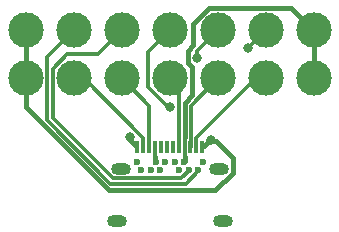
<source format=gbr>
%TF.GenerationSoftware,KiCad,Pcbnew,7.0.5*%
%TF.CreationDate,2024-03-06T10:31:56-05:00*%
%TF.ProjectId,female_connector,66656d61-6c65-45f6-936f-6e6e6563746f,rev?*%
%TF.SameCoordinates,Original*%
%TF.FileFunction,Copper,L1,Top*%
%TF.FilePolarity,Positive*%
%FSLAX46Y46*%
G04 Gerber Fmt 4.6, Leading zero omitted, Abs format (unit mm)*
G04 Created by KiCad (PCBNEW 7.0.5) date 2024-03-06 10:31:56*
%MOMM*%
%LPD*%
G01*
G04 APERTURE LIST*
%TA.AperFunction,ComponentPad*%
%ADD10O,1.700000X1.000000*%
%TD*%
%TA.AperFunction,SMDPad,CuDef*%
%ADD11R,0.300000X1.000000*%
%TD*%
%TA.AperFunction,ComponentPad*%
%ADD12C,0.600000*%
%TD*%
%TA.AperFunction,SMDPad,CuDef*%
%ADD13C,3.000000*%
%TD*%
%TA.AperFunction,ViaPad*%
%ADD14C,0.800000*%
%TD*%
%TA.AperFunction,Conductor*%
%ADD15C,0.300000*%
%TD*%
%TA.AperFunction,Conductor*%
%ADD16C,0.299800*%
%TD*%
%TA.AperFunction,Conductor*%
%ADD17C,0.400000*%
%TD*%
G04 APERTURE END LIST*
D10*
%TO.P,J2,1*%
%TO.N,N/C*%
X-4125000Y-5620000D03*
%TO.P,J2,2*%
X-4485000Y-10010000D03*
%TO.P,J2,3*%
X4485000Y-10010000D03*
%TO.P,J2,4*%
X4125000Y-5620000D03*
D11*
%TO.P,J2,A1,a1*%
%TO.N,GND*%
X-2750000Y-3810000D03*
%TO.P,J2,A2,a2*%
%TO.N,/CAN0_H*%
X-2250000Y-3810000D03*
%TO.P,J2,A3,a3*%
%TO.N,/CAN0_L*%
X-1750000Y-3810000D03*
%TO.P,J2,A4,a4*%
%TO.N,+12V*%
X-1250000Y-3810000D03*
%TO.P,J2,A5,a5*%
%TO.N,unconnected-(J2-a5-PadA5)*%
X-750000Y-3810000D03*
%TO.P,J2,A6,a6*%
%TO.N,unconnected-(J2-a6-PadA6)*%
X-250000Y-3810000D03*
%TO.P,J2,A7,a7*%
%TO.N,unconnected-(J2-a7-PadA7)*%
X250000Y-3810000D03*
%TO.P,J2,A8,A8*%
%TO.N,/SBU1*%
X750000Y-3810000D03*
%TO.P,J2,A9,a9*%
%TO.N,+12V*%
X1250000Y-3810000D03*
%TO.P,J2,A10,a10*%
%TO.N,/CAN1_L*%
X1750000Y-3810000D03*
%TO.P,J2,A11,a11*%
%TO.N,/CAN1_H*%
X2250000Y-3810000D03*
%TO.P,J2,A12,a12*%
%TO.N,GND*%
X2750000Y-3810000D03*
D12*
%TO.P,J2,B1,b1*%
X2800000Y-5020000D03*
%TO.P,J2,B2,b2*%
%TO.N,/CAN2_H*%
X2400000Y-5720000D03*
%TO.P,J2,B3,b3*%
%TO.N,/CAN2_L*%
X1600000Y-5720000D03*
%TO.P,J2,B4,b4*%
%TO.N,+12V*%
X1200000Y-5020000D03*
%TO.P,J2,B5,b5*%
%TO.N,unconnected-(J2-b5-PadB5)*%
X800000Y-5720000D03*
%TO.P,J2,B6,b6*%
%TO.N,unconnected-(J2-b6-PadB6)*%
X400000Y-5020000D03*
%TO.P,J2,B7,b7*%
%TO.N,unconnected-(J2-b7-PadB7)*%
X-400000Y-5020000D03*
%TO.P,J2,B8,b8*%
%TO.N,/SBU2*%
X-800000Y-5720000D03*
%TO.P,J2,B9,b9*%
%TO.N,+12V*%
X-1200000Y-5020000D03*
%TO.P,J2,B10,b10*%
%TO.N,/CAN3_L*%
X-1600000Y-5720000D03*
%TO.P,J2,B11,b11*%
%TO.N,/CAN3_H*%
X-2400000Y-5720000D03*
%TO.P,J2,B12,b12*%
%TO.N,GND*%
X-2800000Y-5020000D03*
%TD*%
D13*
%TO.P,J1,1,Pin_1a*%
%TO.N,GND*%
X-12192000Y6096000D03*
%TO.P,J1,2,Pin_2a*%
%TO.N,/CAN2_H*%
X-8128000Y6096000D03*
%TO.P,J1,3,Pin_3a*%
%TO.N,/CAN2_L*%
X-4064000Y6096000D03*
%TO.P,J1,4,Pin_4a*%
%TO.N,/SBU2*%
X0Y6096000D03*
%TO.P,J1,5,Pin_5a*%
%TO.N,/CAN3_H*%
X4064000Y6096000D03*
%TO.P,J1,6,Pin_6a*%
%TO.N,/CAN3_L*%
X8128000Y6096000D03*
%TO.P,J1,7,Pin_7a*%
%TO.N,+12V*%
X12192000Y6096000D03*
%TO.P,J1,8,Pin_1b*%
%TO.N,GND*%
X-12192000Y2032000D03*
%TO.P,J1,9,Pin_2b*%
%TO.N,/CAN0_H*%
X-8128000Y2032000D03*
%TO.P,J1,10,Pin_3b*%
%TO.N,/CAN0_L*%
X-4064000Y2032000D03*
%TO.P,J1,11,Pin_4b*%
%TO.N,/SBU1*%
X0Y2032000D03*
%TO.P,J1,12,Pin_5b*%
%TO.N,/CAN1_L*%
X4064000Y2032000D03*
%TO.P,J1,13,Pin_6b*%
%TO.N,/CAN1_H*%
X8128000Y2032000D03*
%TO.P,J1,14,Pin_7b*%
%TO.N,+12V*%
X12192000Y2032000D03*
%TD*%
D14*
%TO.N,/CAN3_H*%
X2313400Y3739400D03*
%TO.N,/CAN3_L*%
X6655200Y4623200D03*
%TO.N,/SBU2*%
X35100Y-404300D03*
%TO.N,GND*%
X-3342000Y-2949900D03*
X3475400Y-3174300D03*
%TD*%
D15*
%TO.N,/CAN3_H*%
X2313400Y4345400D02*
X2313400Y3739400D01*
X4064000Y6096000D02*
X2313400Y4345400D01*
%TO.N,/CAN3_L*%
X8128000Y6096000D02*
X6655200Y4623200D01*
%TO.N,/SBU2*%
X-158700Y-404300D02*
X35100Y-404300D01*
X-1836500Y1273500D02*
X-158700Y-404300D01*
X-1836500Y4259500D02*
X-1836500Y1273500D01*
X0Y6096000D02*
X-1836500Y4259500D01*
%TO.N,/CAN2_L*%
X1600000Y-5796300D02*
X1600000Y-5720000D01*
X974300Y-6422000D02*
X1600000Y-5796300D01*
X-4829900Y-6422000D02*
X974300Y-6422000D01*
X-9930600Y-1321300D02*
X-4829900Y-6422000D01*
X-9930600Y2839100D02*
X-9930600Y-1321300D01*
X-8705700Y4064000D02*
X-9930600Y2839100D01*
X-6096000Y4064000D02*
X-8705700Y4064000D01*
X-4064000Y6096000D02*
X-6096000Y4064000D01*
%TO.N,/CAN2_H*%
X2400000Y-5815700D02*
X2400000Y-5720000D01*
X1341500Y-6874200D02*
X2400000Y-5815700D01*
X-5039500Y-6874200D02*
X1341500Y-6874200D01*
X-10384800Y-1528900D02*
X-5039500Y-6874200D01*
X-10384800Y3839200D02*
X-10384800Y-1528900D01*
X-8128000Y6096000D02*
X-10384800Y3839200D01*
%TO.N,/CAN1_H*%
X7290100Y2032000D02*
X2250000Y-3008100D01*
X8128000Y2032000D02*
X7290100Y2032000D01*
X2250000Y-3810000D02*
X2250000Y-3008100D01*
%TO.N,/CAN1_L*%
X1751900Y-280100D02*
X4064000Y2032000D01*
X1751900Y-3808100D02*
X1751900Y-280100D01*
X1750000Y-3810000D02*
X1751900Y-3808100D01*
%TO.N,/SBU1*%
X745400Y1286600D02*
X0Y2032000D01*
X745400Y-3805400D02*
X745400Y1286600D01*
X750000Y-3810000D02*
X745400Y-3805400D01*
D16*
%TO.N,GND*%
X-2897700Y-3662300D02*
X-2750000Y-3810000D01*
D17*
X-3342000Y-3218000D02*
X-2897700Y-3662300D01*
X-3342000Y-2949900D02*
X-3342000Y-3218000D01*
X-12192000Y6096000D02*
X-12192000Y2032000D01*
D16*
X2897700Y-3662300D02*
X2750000Y-3810000D01*
D17*
X3475400Y-3262300D02*
X3475400Y-3174300D01*
X3297700Y-3262300D02*
X2897700Y-3662300D01*
X3475400Y-3262300D02*
X3297700Y-3262300D01*
X3924500Y-3262300D02*
X3475400Y-3262300D01*
X5347100Y-4684900D02*
X3924500Y-3262300D01*
X5347100Y-5953400D02*
X5347100Y-4684900D01*
X3852400Y-7448100D02*
X5347100Y-5953400D01*
X-5177400Y-7448100D02*
X3852400Y-7448100D01*
X-12192000Y-433500D02*
X-5177400Y-7448100D01*
X-12192000Y2032000D02*
X-12192000Y-433500D01*
D15*
%TO.N,/CAN0_L*%
X-1750000Y-282000D02*
X-1750000Y-3810000D01*
X-4064000Y2032000D02*
X-1750000Y-282000D01*
%TO.N,/CAN0_H*%
X-2250000Y-3810000D02*
X-2250000Y-3008100D01*
X-7290100Y2032000D02*
X-8128000Y2032000D01*
X-2250000Y-3008100D02*
X-7290100Y2032000D01*
D16*
%TO.N,+12V*%
X1250000Y-2957900D02*
X1250000Y-3810000D01*
D17*
X12192000Y2032000D02*
X12192000Y6096000D01*
X1250000Y-46300D02*
X1250000Y-2957900D01*
X1878700Y582400D02*
X1250000Y-46300D01*
X1878700Y2960700D02*
X1878700Y582400D01*
X1507400Y3332000D02*
X1878700Y2960700D01*
X1507400Y4386700D02*
X1507400Y3332000D01*
X1960000Y4839300D02*
X1507400Y4386700D01*
X1960000Y6674200D02*
X1960000Y4839300D01*
X3281900Y7996100D02*
X1960000Y6674200D01*
X10291900Y7996100D02*
X3281900Y7996100D01*
X12192000Y6096000D02*
X10291900Y7996100D01*
X-1250000Y-4970000D02*
X-1250000Y-4662100D01*
X-1200000Y-5020000D02*
X-1250000Y-4970000D01*
D16*
X-1250000Y-4662100D02*
X-1250000Y-3810000D01*
D17*
X1250000Y-4970000D02*
X1250000Y-4662100D01*
X1200000Y-5020000D02*
X1250000Y-4970000D01*
D16*
X1250000Y-4662100D02*
X1250000Y-3810000D01*
%TD*%
M02*

</source>
